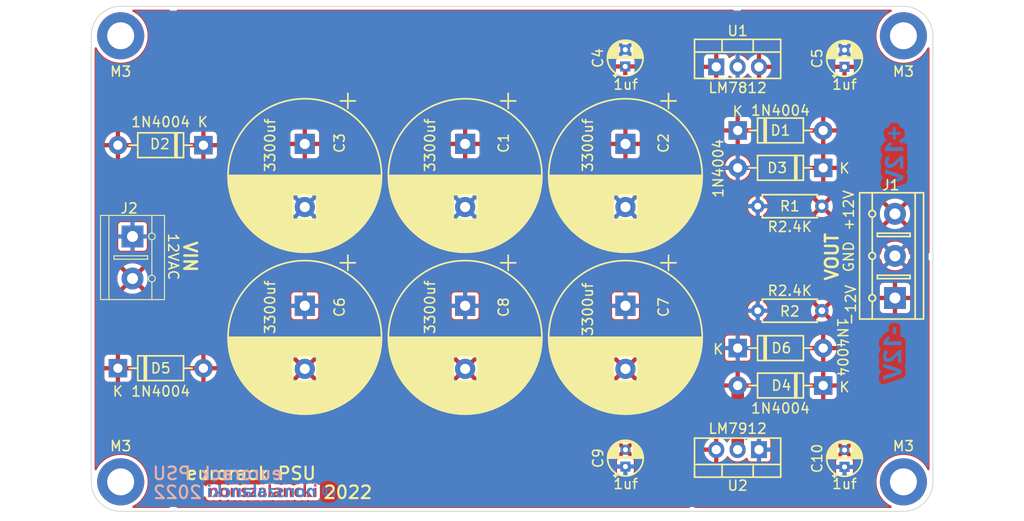
<source format=kicad_pcb>
(kicad_pcb (version 20211014) (generator pcbnew)
  (title_block (title "eurorack psu") (date "2022-01-29") (rev "1.0") (company "Nonszalancki"))
  (layers (0 "F.Cu" signal) (31 "B.Cu" signal) (34 "B.Paste" user) (35 "F.Paste" user) (36 "B.SilkS" user "B.Silkscreen") (37 "F.SilkS" user "F.Silkscreen") (38 "B.Mask" user) (39 "F.Mask" user) (44 "Edge.Cuts" user))
  (net 0 "")
  (net 1 "+12V")
  (net 2 "-12V")
  (net 3 "/L2")
  (net 4 "/L3")
  (net 5 "GND")
  (net 6 "/L1")
  (footprint "Capacitor_THT:CP_Radial_D4.0mm_P2.00mm" (layer "F.Cu") (at 144.5 53.445 90)
    (fp_text reference "C5")
    (fp_text value "1uf")
  )
  (footprint "TerminalBlock_XINYA:TerminalBlock_XINYA_XY301-1x3-P5.00mm" (layer "F.Cu") (at 146.295 83.405 90)
    (fp_text reference "J1")
    (fp_text value "Screw Terminal 1x3")
  )
  (footprint "Capacitor_THT:CP_Radial_D4.0mm_P2.00mm" (layer "F.Cu") (at 144.5 100.9726 90)
    (fp_text reference "C10")
    (fp_text value "1uf")
  )
  (footprint "Capacitor_THT:CP_Radial_D18.0mm_P7.50mm" (layer "F.Cu") (at 118.475 81.8322 -90)
    (fp_text reference "C7")
    (fp_text value "3300uf")
  )
  (footprint "Diode_THT:D_DO-41_SOD81_P10.16mm_Horizontal" (layer "F.Cu") (at 141.97 65.445 180)
    (fp_text reference "D3")
    (fp_text value "1N4004")
  )
  (footprint "Capacitor_THT:CP_Radial_D18.0mm_P7.50mm" (layer "F.Cu") (at 118.475 62.6 -90)
    (fp_text reference "C2")
    (fp_text value "3300uf")
  )
  (footprint "Capacitor_THT:CP_Radial_D18.0mm_P7.50mm" (layer "F.Cu") (at 80.375 62.6 -90)
    (fp_text reference "C3")
    (fp_text value "3300uf")
  )
  (footprint "Package_TO_SOT_THT:TO-220-3_Vertical" (layer "F.Cu") (at 129.26 53.445)
    (fp_text reference "U1")
    (fp_text value "LM7812")
  )
  (footprint "MountingHole:MountingHole_3.2mm_M3_DIN965_Pad" (layer "F.Cu") (at 58.5 102.75)
    (fp_text reference "M3")
    (fp_text value "MountingHole_3.2mm_M3_DIN965_Pad")
  )
  (footprint "Capacitor_THT:CP_Radial_D18.0mm_P7.50mm" (layer "F.Cu") (at 99.425 81.8322 -90)
    (fp_text reference "C8")
    (fp_text value "3300uf")
  )
  (footprint "Diode_THT:D_DO-41_SOD81_P10.16mm_Horizontal" (layer "F.Cu") (at 131.81 61)
    (fp_text reference "D1")
    (fp_text value "1N4004")
  )
  (footprint "TerminalBlock_XINYA:TerminalBlock_XINYA_XY301-1x2-P5.00mm" (layer "F.Cu") (at 63.705 71.095 -90)
    (fp_text reference "J2")
    (fp_text value "Screw_Terminal_01x03")
  )
  (footprint "Resistor_THT:R_Axial_DIN0207_L6.3mm_D2.5mm_P7.62mm_Horizontal" (layer "F.Cu") (at 141.81 70 180)
    (fp_text reference "R1")
    (fp_text value "R2.4K")
  )
  (footprint "MountingHole:MountingHole_3.2mm_M3_DIN965_Pad" (layer "F.Cu") (at 151.5 49.75)
    (fp_text reference "M3")
    (fp_text value "MountingHole_3.2mm_M3_DIN965_Pad")
  )
  (footprint "Capacitor_THT:CP_Radial_D18.0mm_P7.50mm" (layer "F.Cu") (at 99.425 62.6 -90)
    (fp_text reference "C1")
    (fp_text value "3300uf")
  )
  (footprint "Signature:@ nonszalancki 2-sans-serif-bold-nomask" (layer "F.Cu") (at 66.648067 103.028)
    (fp_text reference "svg2mod" hide)
    (fp_text value "G***" hide)
  )
  (footprint "Diode_THT:D_DO-41_SOD81_P10.16mm_Horizontal" (layer "F.Cu") (at 141.97 91.305 180)
    (fp_text reference "D4")
    (fp_text value "1N4004")
  )
  (footprint "MountingHole:MountingHole_3.2mm_M3_DIN965_Pad" (layer "F.Cu") (at 151.5 102.75)
    (fp_text reference "M3")
    (fp_text value "MountingHole_3.2mm_M3_DIN965_Pad")
  )
  (footprint "Package_TO_SOT_THT:TO-220-3_Vertical" (layer "F.Cu") (at 134.34 98.925 180)
    (fp_text reference "U2")
    (fp_text value "LM7912")
  )
  (footprint "Capacitor_THT:CP_Radial_D4.0mm_P2.00mm" (layer "F.Cu") (at 118.45 53.3976 90)
    (fp_text reference "C4")
    (fp_text value "1uf")
  )
  (footprint "Resistor_THT:R_Axial_DIN0207_L6.3mm_D2.5mm_P7.62mm_Horizontal" (layer "F.Cu") (at 141.81 82.415 180)
    (fp_text reference "R2")
    (fp_text value "R2.4K")
  )
  (footprint "Diode_THT:D_DO-41_SOD81_P10.16mm_Horizontal" (layer "F.Cu") (at 58.17 89.25)
    (fp_text reference "D5")
    (fp_text value "1N4004")
  )
  (footprint "Diode_THT:D_DO-41_SOD81_P10.16mm_Horizontal" (layer "F.Cu") (at 68.33 62.75 180)
    (fp_text reference "D2")
    (fp_text value "1N4004")
  )
  (footprint "Diode_THT:D_DO-41_SOD81_P10.16mm_Horizontal" (layer "F.Cu") (at 131.81 86.86)
    (fp_text reference "D6")
    (fp_text value "1N4004")
  )
  (footprint "Capacitor_THT:CP_Radial_D4.0mm_P2.00mm" (layer "F.Cu") (at 118.47 100.9326 90)
    (fp_text reference "C9")
    (fp_text value "1uf")
  )
  (footprint "Capacitor_THT:CP_Radial_D18.0mm_P7.50mm" (layer "F.Cu") (at 80.375 81.8322 -90)
    (fp_text reference "C6")
    (fp_text value "3300uf")
  )
  (footprint "MountingHole:MountingHole_3.2mm_M3_DIN965_Pad" (layer "F.Cu") (at 58.5 49.75)
    (fp_text reference "M3")
    (fp_text value "MountingHole_3.2mm_M3_DIN965_Pad")
  )
  (footprint "Descriptions-Power:+12V 3-sans-serif-bold-nomask" (layer "B.Cu") (at 149.296195 60.612 -90)
    (fp_text reference "svg2mod" hide)
    (fp_text value "G***" hide)
  )
  (footprint "Signature:@ nonszalancki 2-sans-serif-bold-nomask" (layer "B.Cu") (at 83.997931 103.054 180)
    (fp_text reference "svg2mod" hide)
    (fp_text value "G***" hide)
  )
  (footprint "Descriptions-Power:-12V 3-sans-serif-bold-nomask" (layer "B.Cu") (at 149.078 84.384998 -90)
    (fp_text reference "svg2mod" hide)
    (fp_text value "G***" hide)
  )
  (gr_line (start 155 49.75) (end 155 102.75) (layer "Edge.Cuts") (width 0.1))
  (gr_arc (start 151.5 46.25) (mid 153.974874 47.275126) (end 155 49.75) (layer "Edge.Cuts") (width 0.1))
  (gr_line (start 55 49.75) (end 55 102.75) (layer "Edge.Cuts") (width 0.1))
  (gr_arc (start 55 49.75) (mid 56.025126 47.275126) (end 58.5 46.25) (layer "Edge.Cuts") (width 0.1))
  (gr_arc (start 58.5 106.25) (mid 56.025126 105.224874) (end 55 102.75) (layer "Edge.Cuts") (width 0.1))
  (gr_arc (start 155 102.75) (mid 153.974874 105.224874) (end 151.5 106.25) (layer "Edge.Cuts") (width 0.1))
  (gr_line (start 58.5 46.25) (end 151.5 46.25) (layer "Edge.Cuts") (width 0.1))
  (gr_line (start 151.5 106.25) (end 58.5 106.25) (layer "Edge.Cuts") (width 0.1))
  (gr_text "eurorack PSU" (at 70 101.75) (layer "B.SilkS") (effects (font (size 1.5 1.5) (thickness 0.25)) (justify mirror)))
  (gr_text "2022" (at 65.25 104) (layer "B.SilkS") (effects (font (size 1.5 1.5) (thickness 0.25)) (justify mirror)))
  (gr_text "eurorack PSU" (at 74 101.75) (layer "F.SilkS") (effects (font (size 1.5 1.5) (thickness 0.25))))
  (gr_text "VOUT" (at 143 76 90) (layer "F.SilkS") (effects (font (size 1.5 1.5) (thickness 0.3))))
  (gr_text "2022" (at 85.5 104) (layer "F.SilkS") (effects (font (size 1.5 1.5) (thickness 0.25))))
  (gr_text "VIN" (at 66.75 76 270) (layer "F.SilkS") (effects (font (size 1.5 1.5) (thickness 0.3))))
  (segment (start 131.81 91.305) (end 131.81 98.925) (width 1.5) (layer "F.Cu") (net 4))
  (zone (net 3) (net_name "/L2") (layer "F.Cu") (name "L2") (priority 2) (connect_pads (clearance 0.4)) (min_thickness 0.254) (fill yes (thermal_gap 0.508) (thermal_bridge_width 0.508) (smoothing fillet) (radius 1))
    (polygon (pts (xy 131.5 57.5) (xy 136.5 57.5) (xy 136.5 75.75) (xy 65 75.75) (xy 65 45.5) (xy 131.5 45.5)))
  )
  (zone (net 1) (net_name "+12V") (layer "F.Cu") (name "+12V") (priority 4) (connect_pads (clearance 0.4)) (min_thickness 0.254) (fill yes (thermal_gap 0.508) (thermal_bridge_width 0.508) (smoothing fillet) (radius 1))
    (polygon (pts (xy 156 75.75) (xy 137 75.75) (xy 137 57) (xy 132 57) (xy 132 45.5) (xy 156 45.5)))
  )
  (zone (net 2) (net_name "-12V") (layer "F.Cu") (name "-12V") (priority 3) (connect_pads (clearance 0.4)) (min_thickness 0.254) (fill yes (thermal_gap 0.508) (thermal_bridge_width 0.508) (smoothing fillet) (radius 1))
    (polygon (pts (xy 156 107) (xy 126.5 107) (xy 126.5 96) (xy 137 96) (xy 137 76.25) (xy 156 76.25)))
  )
  (zone (net 4) (net_name "/L3") (layer "F.Cu") (name "L3") (priority 1) (connect_pads (clearance 0.4)) (min_thickness 0.254) (fill yes (thermal_gap 0.508) (thermal_bridge_width 0.508) (smoothing fillet) (radius 1))
    (polygon (pts (xy 126.5 76.25) (xy 136.5 76.25) (xy 136.5 96) (xy 126.5 96) (xy 126.5 107) (xy 65 107) (xy 65 76.25)))
  )
  (zone (net 6) (net_name "/L1") (layer "F.Cu") (name "L1") (connect_pads (clearance 0.4)) (min_thickness 0.254) (fill yes (thermal_gap 0.508) (thermal_bridge_width 0.508) (smoothing fillet) (radius 1))
    (polygon (pts (xy 64.5 107) (xy 54 107) (xy 54 45.5) (xy 64.5 45.5)))
  )
  (zone (net 5) (net_name "GND") (layer "B.Cu") (connect_pads (clearance 0.508)) (min_thickness 0.254) (fill yes (thermal_gap 0.508) (thermal_bridge_width 0.508))
    (polygon (pts (xy 156 107) (xy 140 107) (xy 138 107) (xy 54 107) (xy 54 45.5) (xy 156 45.5)))
  )
)
</source>
